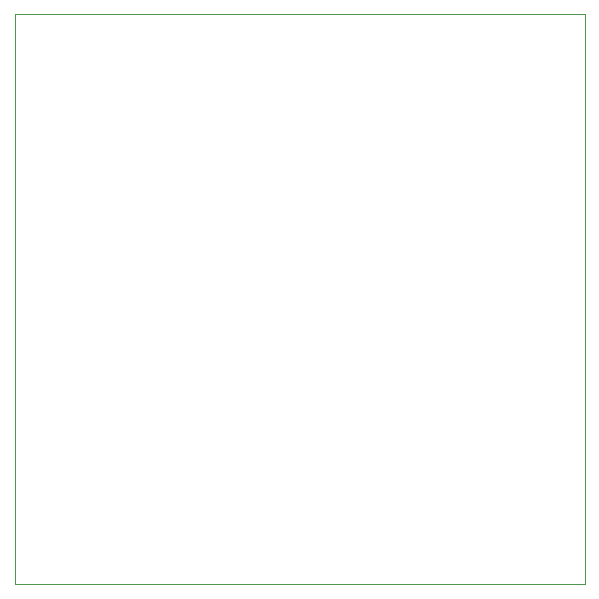
<source format=gbr>
G04 #@! TF.GenerationSoftware,KiCad,Pcbnew,(5.1.0-0)*
G04 #@! TF.CreationDate,2019-04-25T22:15:39+08:00*
G04 #@! TF.ProjectId,ws2812b,77733238-3132-4622-9e6b-696361645f70,rev?*
G04 #@! TF.SameCoordinates,Original*
G04 #@! TF.FileFunction,Profile,NP*
%FSLAX46Y46*%
G04 Gerber Fmt 4.6, Leading zero omitted, Abs format (unit mm)*
G04 Created by KiCad (PCBNEW (5.1.0-0)) date 2019-04-25 22:15:39*
%MOMM*%
%LPD*%
G04 APERTURE LIST*
%ADD10C,0.050000*%
G04 APERTURE END LIST*
D10*
X99060000Y-25400000D02*
X50800000Y-25400000D01*
X99060000Y-73660000D02*
X99060000Y-25400000D01*
X50800000Y-73660000D02*
X99060000Y-73660000D01*
X50800000Y-25400000D02*
X50800000Y-73660000D01*
M02*

</source>
